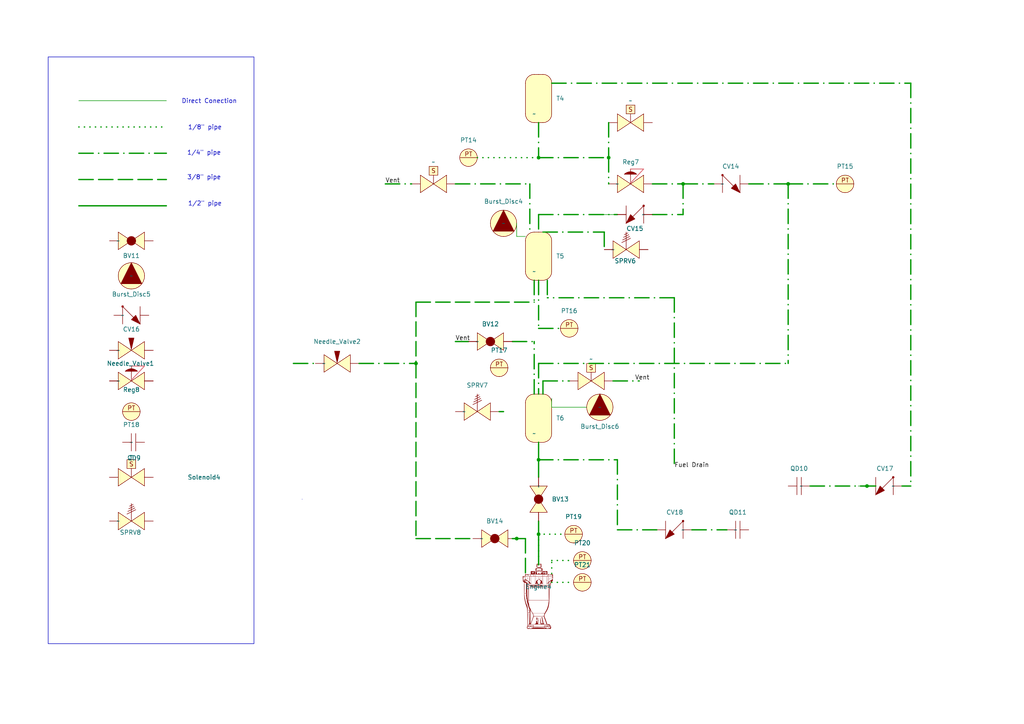
<source format=kicad_sch>
(kicad_sch (version 20250114) (generator "eeschema") (generator_version "9.0")
  (paper "A4")
  (lib_symbols
    (symbol "Ball_Valve_1"
      (property "Reference" "BV" (at 3.81 -4.318 0))
      (symbol "Ball_Valve_1_1_1"
        (pin passive line (at -2.54 0 0) (length 2.54) (name "") (number ""))
        (pin passive line (at 10.16 0 180) (length 2.54) (name "") (number ""))
      )
    )
    (symbol "Ball_Valve_2"
      (property "Reference" "BV" (at 3.81 -4.318 0))
      (symbol "Ball_Valve_2_1_1"
        (pin passive line (at -2.54 0 0) (length 2.54) (name "") (number ""))
        (pin passive line (at 10.16 0 180) (length 2.54) (name "") (number ""))
      )
    )
    (symbol "Ball_Valve_3"
      (property "Reference" "BV" (at 3.81 -4.318 0))
      (symbol "Ball_Valve_3_1_1"
        (pin passive line (at -2.54 0 0) (length 2.54) (name "") (number ""))
        (pin passive line (at 10.16 0 180) (length 2.54) (name "") (number ""))
      )
    )
    (symbol "Burst_Disc_1"
      (property "Reference" "Burst_Disc" (at 0 -5.334 0))
      (symbol "Burst_Disc_1_1_1"
        (pin passive line (at -3.81 0 0) (length 0) (name "") (number ""))
        (pin passive line (at 0 -3.81 90) (length 0) (name "") (number ""))
        (pin passive line (at 3.81 0 180) (length 0) (name "") (number ""))
      )
    )
    (symbol "Burst_Disc_2"
      (property "Reference" "Burst_Disc" (at 0 -5.334 0))
      (symbol "Burst_Disc_2_1_1"
        (pin passive line (at -3.81 0 0) (length 0) (name "") (number ""))
        (pin passive line (at 0 -3.81 90) (length 0) (name "") (number ""))
        (pin passive line (at 3.81 0 180) (length 0) (name "") (number ""))
      )
    )
    (symbol "Check_Valve_1"
      (property "Reference" "CV" (at 2.54 -4.064 0))
      (symbol "Check_Valve_1_1_1"
        (pin bidirectional line (at -2.54 0 0) (length 2.54) (name "") (number ""))
        (pin bidirectional line (at 7.62 0 180) (length 2.54) (name "") (number ""))
      )
    )
    (symbol "Check_Valve_2"
      (property "Reference" "CV" (at 2.54 -4.064 0))
      (symbol "Check_Valve_2_1_1"
        (pin bidirectional line (at -2.54 0 0) (length 2.54) (name "") (number ""))
        (pin bidirectional line (at 7.62 0 180) (length 2.54) (name "") (number ""))
      )
    )
    (symbol "Check_Valve_3"
      (property "Reference" "CV" (at 2.54 -4.064 0))
      (symbol "Check_Valve_3_1_1"
        (pin bidirectional line (at -2.54 0 0) (length 2.54) (name "") (number ""))
        (pin bidirectional line (at 7.62 0 180) (length 2.54) (name "") (number ""))
      )
    )
    (symbol "Check_Valve_4"
      (property "Reference" "CV" (at 2.54 -4.064 0))
      (symbol "Check_Valve_4_1_1"
        (pin bidirectional line (at -2.54 0 0) (length 2.54) (name "") (number ""))
        (pin bidirectional line (at 7.62 0 180) (length 2.54) (name "") (number ""))
      )
    )
    (symbol "Needle_Valve_1"
      (property "Reference" "Needle_Valve" (at 3.556 -3.81 0))
      (symbol "Needle_Valve_1_1_1"
        (pin passive line (at -2.54 0 0) (length 2.54) (name "") (number ""))
        (pin passive line (at 10.16 0 180) (length 2.54) (name "") (number ""))
      )
    )
    (symbol "PID_symbols:Ball_Valve"
      (property "Reference" "BV" (at 3.81 -4.318 0))
      (symbol "Ball_Valve_1_1"
        (pin passive line (at -2.54 0 0) (length 2.54) (name "") (number ""))
        (pin passive line (at 10.16 0 180) (length 2.54) (name "") (number ""))
      )
    )
    (symbol "PID_symbols:Burst_Disc"
      (property "Reference" "Burst_Disc" (at 0 -5.334 0))
      (symbol "Burst_Disc_1_1"
        (pin passive line (at -3.81 0 0) (length 0) (name "") (number ""))
        (pin passive line (at 0 -3.81 90) (length 0) (name "") (number ""))
        (pin passive line (at 3.81 0 180) (length 0) (name "") (number ""))
      )
    )
    (symbol "PID_symbols:Check_Valve"
      (property "Reference" "CV" (at 2.54 -4.064 0))
      (symbol "Check_Valve_1_1"
        (pin bidirectional line (at -2.54 0 0) (length 2.54) (name "") (number ""))
        (pin bidirectional line (at 7.62 0 180) (length 2.54) (name "") (number ""))
      )
    )
    (symbol "PID_symbols:Engine"
      (property "Reference" "Engine" (at 0 0 0))
      (symbol "Engine_1_1"
        (pin input line (at -3.81 3.81 0) (length 0) (name "") (number ""))
        (pin input line (at 0 6.35 0) (length 0) (name "") (number ""))
        (pin input line (at 3.81 3.81 0) (length 0) (name "") (number ""))
      )
    )
    (symbol "PID_symbols:Needle_Valve"
      (property "Reference" "Needle_Valve" (at 3.556 -3.81 0))
      (symbol "Needle_Valve_1_1"
        (pin passive line (at -2.54 0 0) (length 2.54) (name "") (number ""))
        (pin passive line (at 10.16 0 180) (length 2.54) (name "") (number ""))
      )
    )
    (symbol "PID_symbols:Pressure_Regulator"
      (property "Reference" "Reg" (at 3.81 -2.54 0))
      (symbol "Pressure_Regulator_1_1"
        (pin passive line (at -2.54 0 0) (length 2.54) (name "") (number ""))
        (pin passive line (at 10.16 0 180) (length 2.54) (name "") (number ""))
      )
    )
    (symbol "PID_symbols:Pressure_Transducer"
      (property "Reference" "PT" (at 0 -3.81 0))
      (symbol "Pressure_Transducer_1_1"
        (text "PT\n" (at 0 1.016 0) (effects (font (size 1.27 1.27))))
        (pin passive line (at -2.54 0 0) (length 0) (name "") (number ""))
        (pin passive line (at 0 -2.54 90) (length 0) (name "") (number ""))
        (pin passive line (at 2.54 0 180) (length 0) (name "") (number ""))
      )
    )
    (symbol "PID_symbols:Quick_Disconnect"
      (property "Reference" "QD" (at 0.762 -4.572 0))
      (symbol "Quick_Disconnect_1_1"
        (pin passive line (at -2.54 0 0) (length 2.54) (name "") (number ""))
        (pin passive line (at 3.81 0 180) (length 2.54) (name "") (number ""))
      )
    )
    (symbol "PID_symbols:SPRV"
      (property "Reference" "SPRV" (at 3.556 -3.302 0))
      (symbol "SPRV_1_1"
        (pin passive line (at -2.54 0 0) (length 2.54) (name "") (number ""))
        (pin passive line (at 10.16 0 180) (length 2.54) (name "") (number ""))
      )
    )
    (symbol "PID_symbols:Solenoid"
      (property "Reference" "Solenoid" (at 3.81 -3.81 0))
      (symbol "Solenoid_1_1"
        (text "S\n" (at 3.81 3.81 0) (effects (font (size 1.27 1.27))))
        (pin passive line (at -2.54 0 0) (length 2.54) (name "") (number ""))
        (pin passive line (at 10.16 0 180) (length 2.54) (name "") (number ""))
      )
    )
    (symbol "PID_symbols:Tank"
      (property "Reference" "T" (at 6.35 5.08 0))
      (symbol "Tank_1_1"
        (pin passive line (at 1.27 11.43 270) (length 0) (name "") (number ""))
        (pin passive line (at 1.27 -2.54 90) (length 0) (name "") (number ""))
      )
    )
    (symbol "Pressure_Regulator_1"
      (property "Reference" "Reg" (at 3.81 -2.54 0))
      (symbol "Pressure_Regulator_1_1_1"
        (pin passive line (at -2.54 0 0) (length 2.54) (name "") (number ""))
        (pin passive line (at 10.16 0 180) (length 2.54) (name "") (number ""))
      )
    )
    (symbol "Pressure_Transducer_1"
      (property "Reference" "PT" (at 0 -3.81 0))
      (symbol "Pressure_Transducer_1_1_1"
        (text "PT\n" (at 0 1.016 0) (effects (font (size 1.27 1.27))))
        (pin passive line (at -2.54 0 0) (length 0) (name "") (number ""))
        (pin passive line (at 0 -2.54 90) (length 0) (name "") (number ""))
        (pin passive line (at 2.54 0 180) (length 0) (name "") (number ""))
      )
    )
    (symbol "Pressure_Transducer_2"
      (property "Reference" "PT" (at 0 -3.81 0))
      (symbol "Pressure_Transducer_2_1_1"
        (text "PT\n" (at 0 1.016 0) (effects (font (size 1.27 1.27))))
        (pin passive line (at -2.54 0 0) (length 0) (name "") (number ""))
        (pin passive line (at 0 -2.54 90) (length 0) (name "") (number ""))
        (pin passive line (at 2.54 0 180) (length 0) (name "") (number ""))
      )
    )
    (symbol "Pressure_Transducer_3"
      (property "Reference" "PT" (at 0 -3.81 0))
      (symbol "Pressure_Transducer_3_1_1"
        (text "PT\n" (at 0 1.016 0) (effects (font (size 1.27 1.27))))
        (pin passive line (at -2.54 0 0) (length 0) (name "") (number ""))
        (pin passive line (at 0 -2.54 90) (length 0) (name "") (number ""))
        (pin passive line (at 2.54 0 180) (length 0) (name "") (number ""))
      )
    )
    (symbol "Pressure_Transducer_4"
      (property "Reference" "PT" (at 0 -3.81 0))
      (symbol "Pressure_Transducer_4_1_1"
        (text "PT\n" (at 0 1.016 0) (effects (font (size 1.27 1.27))))
        (pin passive line (at -2.54 0 0) (length 0) (name "") (number ""))
        (pin passive line (at 0 -2.54 90) (length 0) (name "") (number ""))
        (pin passive line (at 2.54 0 180) (length 0) (name "") (number ""))
      )
    )
    (symbol "Pressure_Transducer_5"
      (property "Reference" "PT" (at 0 -3.81 0))
      (symbol "Pressure_Transducer_5_1_1"
        (text "PT\n" (at 0 1.016 0) (effects (font (size 1.27 1.27))))
        (pin passive line (at -2.54 0 0) (length 0) (name "") (number ""))
        (pin passive line (at 0 -2.54 90) (length 0) (name "") (number ""))
        (pin passive line (at 2.54 0 180) (length 0) (name "") (number ""))
      )
    )
    (symbol "Pressure_Transducer_6"
      (property "Reference" "PT" (at 0 -3.81 0))
      (symbol "Pressure_Transducer_6_1_1"
        (text "PT\n" (at 0 1.016 0) (effects (font (size 1.27 1.27))))
        (pin passive line (at -2.54 0 0) (length 0) (name "") (number ""))
        (pin passive line (at 0 -2.54 90) (length 0) (name "") (number ""))
        (pin passive line (at 2.54 0 180) (length 0) (name "") (number ""))
      )
    )
    (symbol "Pressure_Transducer_7"
      (property "Reference" "PT" (at 0 -3.81 0))
      (symbol "Pressure_Transducer_7_1_1"
        (text "PT\n" (at 0 1.016 0) (effects (font (size 1.27 1.27))))
        (pin passive line (at -2.54 0 0) (length 0) (name "") (number ""))
        (pin passive line (at 0 -2.54 90) (length 0) (name "") (number ""))
        (pin passive line (at 2.54 0 180) (length 0) (name "") (number ""))
      )
    )
    (symbol "Quick_Disconnect_1"
      (property "Reference" "QD" (at 0.762 -4.572 0))
      (symbol "Quick_Disconnect_1_1_1"
        (pin passive line (at -2.54 0 0) (length 2.54) (name "") (number ""))
        (pin passive line (at 3.81 0 180) (length 2.54) (name "") (number ""))
      )
    )
    (symbol "Quick_Disconnect_2"
      (property "Reference" "QD" (at 0.762 -4.572 0))
      (symbol "Quick_Disconnect_2_1_1"
        (pin passive line (at -2.54 0 0) (length 2.54) (name "") (number ""))
        (pin passive line (at 3.81 0 180) (length 2.54) (name "") (number ""))
      )
    )
    (symbol "SPRV_1"
      (property "Reference" "SPRV" (at 3.556 -3.302 0))
      (symbol "SPRV_1_1_1"
        (pin passive line (at -2.54 0 0) (length 2.54) (name "") (number ""))
        (pin passive line (at 10.16 0 180) (length 2.54) (name "") (number ""))
      )
    )
    (symbol "SPRV_2"
      (property "Reference" "SPRV" (at 3.556 -3.302 0))
      (symbol "SPRV_2_1_1"
        (pin passive line (at -2.54 0 0) (length 2.54) (name "") (number ""))
        (pin passive line (at 10.16 0 180) (length 2.54) (name "") (number ""))
      )
    )
    (symbol "Tank_1"
      (property "Reference" "T" (at 6.35 5.08 0))
      (symbol "Tank_1_1_1"
        (pin passive line (at 1.27 11.43 270) (length 0) (name "") (number ""))
        (pin passive line (at 1.27 -2.54 90) (length 0) (name "") (number ""))
      )
    )
    (symbol "Tank_2"
      (property "Reference" "T" (at 6.35 5.08 0))
      (symbol "Tank_2_1_1"
        (pin passive line (at 1.27 11.43 270) (length 0) (name "") (number ""))
        (pin passive line (at 1.27 -2.54 90) (length 0) (name "") (number ""))
      )
    )
  )
  (rectangle (start 87.63 144.78) (end 87.63 144.78))
  (rectangle (start 13.97 16.51) (end 73.66 186.69))
  (text "1/2\" pipe" (at 59.436 59.182 0) (effects (font (size 1.27 1.27))))
  (text "Direct Conection" (at 60.706 29.464 0) (effects (font (size 1.27 1.27))))
  (text "1/4\" pipe" (at 59.182 44.45 0) (effects (font (size 1.27 1.27))))
  (text "3/8\" pipe" (at 59.182 51.562 0) (effects (font (size 1.27 1.27))))
  (text "1/8\" pipe" (at 59.436 37.084 0) (effects (font (size 1.27 1.27))))
  (junction (at 156.21 133.35))
  (junction (at 228.6 53.34))
  (junction (at 149.86 156.21))
  (junction (at 251.46 140.97))
  (junction (at 156.21 154.94))
  (junction (at 156.21 45.72))
  (junction (at 120.65 105.41))
  (junction (at 198.12 53.34))
  (junction (at 176.53 45.72))
  (wire (pts (xy 156.21 105.41) (xy 156.21 114.3)) (stroke (width 0.381) (type dash_dot)))
  (wire (pts (xy 160.02 162.56) (xy 166.37 162.56)) (stroke (width 0.381) (type dot)))
  (wire (pts (xy 175.26 67.31) (xy 175.26 72.39)) (stroke (width 0.381) (type dash_dot)))
  (wire (pts (xy 228.6 53.34) (xy 228.6 105.41)) (stroke (width 0.381) (type dash_dot)))
  (wire (pts (xy 195.58 86.36) (xy 158.75 86.36)) (stroke (width 0.381) (type dash_dot)))
  (wire (pts (xy 157.48 114.3) (xy 157.48 110.49)) (stroke (width 0.381) (type dash_dot)))
  (wire (pts (xy 120.65 156.21) (xy 137.16 156.21)) (stroke (width 0.381) (type dash)))
  (wire (pts (xy 22.86 59.69) (xy 48.26 59.69)) (stroke (width 0.381)))
  (wire (pts (xy 149.86 68.58) (xy 152.4 68.58)))
  (wire (pts (xy 176.53 35.56) (xy 176.53 45.72)) (stroke (width 0.381) (type dash_dot)))
  (wire (pts (xy 120.65 87.63) (xy 154.94 87.63)) (stroke (width 0.381) (type dash)))
  (wire (pts (xy 200.66 153.67) (xy 210.82 153.67)) (stroke (width 0.381) (type dash_dot)))
  (wire (pts (xy 156.21 154.94) (xy 156.21 163.83)) (stroke (width 0.381)))
  (wire (pts (xy 195.58 86.36) (xy 195.58 135.89)) (stroke (width 0.381) (type dash_dot)))
  (wire (pts (xy 189.23 53.34) (xy 198.12 53.34)) (stroke (width 0.381) (type dash_dot)))
  (wire (pts (xy 156.21 154.94) (xy 163.83 154.94)) (stroke (width 0.381) (type dot)))
  (wire (pts (xy 111.76 53.34) (xy 119.38 53.34)) (stroke (width 0.381) (type dash_dot)))
  (wire (pts (xy 156.21 154.94) (xy 156.21 162.56)) (stroke (width 0.381) (type dot)))
  (wire (pts (xy 198.12 53.34) (xy 207.01 53.34)) (stroke (width 0.381) (type dash_dot)))
  (wire (pts (xy 156.21 45.72) (xy 176.53 45.72)) (stroke (width 0.381) (type dash_dot)))
  (wire (pts (xy 149.86 64.77) (xy 149.86 68.58)))
  (wire (pts (xy 22.86 36.83) (xy 48.26 36.83)) (stroke (width 0.381) (type dot)))
  (wire (pts (xy 156.21 62.23) (xy 179.07 62.23)) (stroke (width 0.381) (type dash_dot)))
  (wire (pts (xy 179.07 153.67) (xy 190.5 153.67)) (stroke (width 0.381) (type dash_dot)))
  (wire (pts (xy 22.86 29.21) (xy 48.26 29.21)))
  (wire (pts (xy 120.65 105.41) (xy 120.65 156.21)) (stroke (width 0.381) (type dash)))
  (wire (pts (xy 254 140.97) (xy 251.46 140.97)) (stroke (width 0.381) (type dash_dot)))
  (wire (pts (xy 156.21 151.13) (xy 156.21 154.94)) (stroke (width 0.381)))
  (wire (pts (xy 138.43 45.72) (xy 156.21 45.72)) (stroke (width 0.381) (type dot)))
  (wire (pts (xy 251.46 140.97) (xy 248.92 140.97)))
  (wire (pts (xy 104.14 105.41) (xy 120.65 105.41)) (stroke (width 0.381) (type dash_dot)))
  (wire (pts (xy 132.08 99.06) (xy 135.89 99.06)) (stroke (width 0.381) (type dash_dot)))
  (wire (pts (xy 158.75 81.28) (xy 158.75 86.36)) (stroke (width 0.381) (type dash_dot)))
  (wire (pts (xy 160.02 166.37) (xy 160.02 162.56)) (stroke (width 0.381) (type dot)))
  (wire (pts (xy 156.21 35.56) (xy 156.21 45.72)) (stroke (width 0.381) (type dash_dot)))
  (wire (pts (xy 154.94 114.3) (xy 154.94 99.06)) (stroke (width 0.381) (type dash_dot)))
  (wire (pts (xy 156.21 95.25) (xy 162.56 95.25)) (stroke (width 0.381) (type dash_dot)))
  (wire (pts (xy 152.4 156.21) (xy 152.4 166.37)) (stroke (width 0.381) (type dash)))
  (wire (pts (xy 177.8 110.49) (xy 185.42 110.49)) (stroke (width 0.381) (type dash_dot)))
  (wire (pts (xy 156.21 105.41) (xy 228.6 105.41)) (stroke (width 0.381) (type dash_dot)))
  (wire (pts (xy 154.94 81.28) (xy 154.94 87.63)) (stroke (width 0.381) (type dash_dot)))
  (wire (pts (xy 179.07 62.23) (xy 173.99 62.23)))
  (wire (pts (xy 217.17 53.34) (xy 228.6 53.34)) (stroke (width 0.381) (type dash_dot)))
  (wire (pts (xy 22.86 52.07) (xy 48.26 52.07)) (stroke (width 0.381) (type dash)))
  (wire (pts (xy 228.6 53.34) (xy 242.57 53.34)) (stroke (width 0.381) (type dash_dot)))
  (wire (pts (xy 153.67 53.34) (xy 153.67 67.31)) (stroke (width 0.381) (type dash_dot)))
  (wire (pts (xy 264.16 140.97) (xy 261.62 140.97)) (stroke (width 0.381) (type dash_dot)))
  (wire (pts (xy 160.02 118.11) (xy 160.02 115.57)))
  (wire (pts (xy 156.21 133.35) (xy 179.07 133.35)) (stroke (width 0.381) (type dash_dot)))
  (wire (pts (xy 148.59 156.21) (xy 149.86 156.21)) (stroke (width 0.381) (type dash)))
  (wire (pts (xy 170.18 118.11) (xy 160.02 118.11)))
  (wire (pts (xy 189.23 62.23) (xy 198.12 62.23)) (stroke (width 0.381) (type dash_dot)))
  (wire (pts (xy 132.08 53.34) (xy 153.67 53.34)) (stroke (width 0.381) (type dash_dot)))
  (wire (pts (xy 179.07 133.35) (xy 179.07 153.67)) (stroke (width 0.381) (type dash_dot)))
  (wire (pts (xy 144.78 119.38) (xy 146.05 119.38)) (stroke (width 0.381) (type dash_dot)))
  (wire (pts (xy 264.16 24.13) (xy 264.16 140.97)) (stroke (width 0.381) (type dash_dot)))
  (wire (pts (xy 156.21 128.27) (xy 156.21 133.35)) (stroke (width 0.381)))
  (wire (pts (xy 176.53 45.72) (xy 176.53 53.34)) (stroke (width 0.381) (type dash_dot)))
  (wire (pts (xy 234.95 140.97) (xy 251.46 140.97)) (stroke (width 0.381) (type dash_dot)))
  (wire (pts (xy 157.48 67.31) (xy 175.26 67.31)) (stroke (width 0.381) (type dash_dot)))
  (wire (pts (xy 198.12 53.34) (xy 198.12 62.23)) (stroke (width 0.381) (type dash_dot)))
  (wire (pts (xy 157.48 110.49) (xy 165.1 110.49)) (stroke (width 0.381) (type dash_dot)))
  (wire (pts (xy 120.65 87.63) (xy 120.65 105.41)) (stroke (width 0.381) (type dash)))
  (wire (pts (xy 85.09 105.41) (xy 91.44 105.41)) (stroke (width 0.381) (type dash_dot)))
  (wire (pts (xy 160.02 24.13) (xy 264.16 24.13)) (stroke (width 0.381) (type dash_dot)))
  (wire (pts (xy 160.02 168.91) (xy 166.37 168.91)) (stroke (width 0.381) (type dot)))
  (wire (pts (xy 22.86 44.45) (xy 48.26 44.45)) (stroke (width 0.381) (type dash_dot)))
  (wire (pts (xy 149.86 156.21) (xy 152.4 156.21)) (stroke (width 0.381) (type dash)))
  (wire (pts (xy 156.21 133.35) (xy 156.21 138.43)) (stroke (width 0.381)))
  (wire (pts (xy 148.59 99.06) (xy 154.94 99.06)) (stroke (width 0.381) (type dash_dot)))
  (wire (pts (xy 156.21 81.28) (xy 156.21 95.25)) (stroke (width 0.381) (type dash_dot)))
  (wire (pts (xy 156.21 62.23) (xy 156.21 67.31)) (stroke (width 0.381) (type dash_dot)))
  (label "Vent" (at 132.08 99.06 0))
  (label "Fuel Drain" (at 195.58 135.89 0))
  (label "Vent" (at 111.76 53.34 0))
  (label "Vent" (at 184.15 110.49 0))
  (symbol (lib_name "Quick_Disconnect_2") (lib_id "PID_symbols:Quick_Disconnect") (at 213.36 153.67 0) (unit 1)
    (property "Reference" "QD11" (at 213.995 148.59 0))
    (property "Value" "~" (at 213.36 153.67 0))
    (instances (project "" (path "" (reference "QD11") (unit 1))) (project "" (path "" (reference "QD3") (unit 1)) (path "" (reference "QD4") (unit 1))))
  )
  (symbol (lib_name "Pressure_Transducer_3") (lib_id "PID_symbols:Pressure_Transducer") (at 245.11 53.34 0) (unit 1)
    (property "Reference" "PT15" (at 245.11 48.26 0))
    (instances (project "" (path "" (reference "PT15") (unit 1))) (project "" (path "" (reference "PT3") (unit 1)) (path "" (reference "PT4") (unit 1))))
  )
  (symbol (lib_name "Pressure_Transducer_4") (lib_id "PID_symbols:Pressure_Transducer") (at 38.1 119.38 0) (unit 1)
    (property "Reference" "PT18" (at 38.1 123.19 0))
    (instances (project "" (path "" (reference "PT18") (unit 1))) (project "" (path "" (reference "PT15") (unit 1)) (path "" (reference "Pressure_Transducer") (unit 1))))
  )
  (symbol (lib_id "PID_symbols:Check_Valve") (at 186.69 62.23 0) (mirror y) (unit 1)
    (property "Reference" "CV15" (at 184.15 66.294 0))
    (property "Value" "~" (at 186.69 62.23 0))
    (instances (project "" (path "" (reference "CV15") (unit 1))) (project "" (path "" (reference "Check_Valve1") (unit 1)) (path "" (reference "Check_Valve2") (unit 1))))
  )
  (symbol (lib_name "Check_Valve_1") (lib_id "PID_symbols:Check_Valve") (at 259.08 140.97 0) (mirror y) (unit 1)
    (property "Reference" "CV17" (at 256.667 135.89 0))
    (property "Value" "~" (at 259.08 140.97 0))
    (instances (project "" (path "" (reference "CV17") (unit 1))) (project "" (path "" (reference "Check_Valve7") (unit 1)) (path "" (reference "Check_Valve8") (unit 1))))
  )
  (symbol (lib_name "Check_Valve_2") (lib_id "PID_symbols:Check_Valve") (at 198.12 153.67 0) (mirror y) (unit 1)
    (property "Reference" "CV18" (at 195.707 148.59 0))
    (property "Value" "~" (at 198.12 153.67 0))
    (instances (project "" (path "" (reference "CV18") (unit 1))) (project "" (path "" (reference "Check_Valve5") (unit 1)) (path "" (reference "Check_Valve6") (unit 1))))
  )
  (symbol (lib_name "Ball_Valve_1") (lib_id "PID_symbols:Ball_Valve") (at 138.43 99.06 0) (unit 1)
    (property "Reference" "BV12" (at 142.24 93.98 0))
    (property "Value" "~" (at 138.43 99.06 0))
    (instances (project "" (path "" (reference "BV12") (unit 1))) (project "" (path "" (reference "Ball_Valve1") (unit 1)) (path "" (reference "Ball_Valve2") (unit 1))))
  )
  (symbol (lib_name "Pressure_Regulator_1") (lib_id "PID_symbols:Pressure_Regulator") (at 179.07 53.34 0) (unit 1)
    (property "Reference" "Reg7" (at 182.9425 46.99 0))
    (property "Value" "~" (at 179.07 53.34 0))
    (property "Description" "Pressure Regulator" (effects (hide yes)))
    (instances (project "" (path "" (reference "Reg7") (unit 1))) (project "" (path "" (reference "Pressure_Regulator1") (unit 1)) (path "" (reference "Pressure_Regulator2") (unit 1))))
  )
  (symbol (lib_id "PID_symbols:Engine") (at 156.21 170.18 0) (mirror y) (unit 1)
    (property "Reference" "Engine4" (at 156.21 170.18 0))
    (property "Value" "~" (at 156.21 170.18 0))
    (instances (project "" (path "" (reference "Engine4") (unit 1))) (project "" (path "" (reference "Engine1") (unit 1)) (path "" (reference "Engine2") (unit 1))))
  )
  (symbol (lib_name "Tank_1") (lib_id "PID_symbols:Tank") (at 154.94 33.02 0) (unit 1)
    (property "Reference" "T4" (at 161.29 28.5749 0) (effects (justify left)))
    (property "Value" "~" (at 154.94 33.02 0))
    (instances (project "" (path "" (reference "T4") (unit 1))) (project "" (path "" (reference "T1") (unit 1)) (path "" (reference "N2") (unit 1))))
  )
  (symbol (lib_name "Check_Valve_3") (lib_id "PID_symbols:Check_Valve") (at 209.55 53.34 0) (unit 1)
    (property "Reference" "CV14" (at 211.963 48.26 0))
    (property "Value" "~" (at 209.55 53.34 0))
    (instances (project "" (path "" (reference "CV14") (unit 1))) (project "" (path "" (reference "Check_Valve3") (unit 1)) (path "" (reference "Check_Valve4") (unit 1))))
  )
  (symbol (lib_name "Needle_Valve_1") (lib_id "PID_symbols:Needle_Valve") (at 93.98 105.41 0) (unit 1)
    (property "Reference" "Needle_Valve2" (at 97.79 99.06 0))
    (property "Value" "~" (at 93.98 105.41 0))
    (instances (project "" (path "" (reference "Needle_Valve2") (unit 1))) (project "" (path "" (reference "Needle_Valve1") (unit 1)) (path "" (reference "Needle_Valve2") (unit 1))))
  )
  (symbol (lib_name "Pressure_Transducer_5") (lib_id "PID_symbols:Pressure_Transducer") (at 144.78 106.68 0) (unit 1)
    (property "Reference" "PT17" (at 144.78 101.6 0))
    (instances (project "" (path "" (reference "PT17") (unit 1))) (project "" (path "" (reference "PT7") (unit 1)) (path "" (reference "PT8") (unit 1))))
  )
  (symbol (lib_name "Pressure_Transducer_6") (lib_id "PID_symbols:Pressure_Transducer") (at 168.91 168.91 0) (unit 1)
    (property "Reference" "PT21" (at 168.91 163.83 0))
    (instances (project "" (path "" (reference "PT21") (unit 1))) (project "" (path "" (reference "PT13") (unit 1)) (path "" (reference "PT14") (unit 1))))
  )
  (symbol (lib_name "SPRV_1") (lib_id "PID_symbols:SPRV") (at 134.62 119.38 0) (unit 1)
    (property "Reference" "SPRV7" (at 138.43 111.76 0))
    (property "Value" "~" (at 134.62 119.38 0))
    (instances (project "" (path "" (reference "SPRV7") (unit 1))) (project "" (path "" (reference "SPRV3") (unit 1)) (path "" (reference "SPRV4") (unit 1))))
  )
  (symbol (lib_name "Ball_Valve_2") (lib_id "PID_symbols:Ball_Valve") (at 34.29 69.85 0) (unit 1)
    (property "Reference" "BV11" (at 38.1 74.168 0))
    (property "Value" "~" (at 34.29 69.85 0))
    (instances (project "" (path "" (reference "BV11") (unit 1))) (project "" (path "" (reference "Ball_Valve7") (unit 1)) (path "" (reference "Ball_Valve") (unit 1))))
  )
  (symbol (lib_name "Check_Valve_4") (lib_id "PID_symbols:Check_Valve") (at 35.56 91.44 0) (unit 1)
    (property "Reference" "CV16" (at 38.1 95.504 0))
    (property "Value" "~" (at 35.56 91.44 0))
    (instances (project "" (path "" (reference "CV16") (unit 1))) (project "" (path "" (reference "Check_Valve9") (unit 1)) (path "" (reference "Check_Valve") (unit 1))))
  )
  (symbol (lib_name "Burst_Disc_2") (lib_id "PID_symbols:Burst_Disc") (at 146.05 64.77 0) (unit 1)
    (property "Reference" "Burst_Disc4" (at 146.05 58.42 0))
    (property "Value" "~" (at 146.05 64.77 0))
    (instances (project "" (path "" (reference "Burst_Disc4") (unit 1))) (project "" (path "" (reference "Burst_Disc1") (unit 1)) (path "" (reference "Burst_Disc2") (unit 1))))
  )
  (symbol (lib_name "Ball_Valve_3") (lib_id "PID_symbols:Ball_Valve") (at 139.7 156.21 0) (unit 1)
    (property "Reference" "BV14" (at 143.51 151.13 0))
    (property "Value" "~" (at 139.7 156.21 0))
    (instances (project "" (path "" (reference "BV14") (unit 1))) (project "" (path "" (reference "Ball_Valve3") (unit 1)) (path "" (reference "Ball_Valve4") (unit 1))))
  )
  (symbol (lib_id "PID_symbols:Solenoid") (at 34.29 138.43 0) (unit 1)
    (property "Reference" "Solenoid4" (at 59.182 138.43 0))
    (property "Value" "~" (at 38.1 132.08 0))
    (instances (project "" (path "" (reference "Solenoid4") (unit 1))) (project "" (path "" (reference "Solenoid7") (unit 1)) (path "" (reference "Solenoid") (unit 1))))
  )
  (symbol (lib_name "Pressure_Transducer_7") (lib_id "PID_symbols:Pressure_Transducer") (at 135.89 45.72 0) (unit 1)
    (property "Reference" "PT14" (at 135.89 40.64 0))
    (instances (project "" (path "" (reference "PT14") (unit 1))) (project "" (path "" (reference "PT1") (unit 1)) (path "" (reference "PT2") (unit 1))))
  )
  (symbol (lib_name "SPRV_2") (lib_id "PID_symbols:SPRV") (at 177.8 72.39 0) (unit 1)
    (property "Reference" "SPRV6" (at 181.356 75.692 0))
    (property "Value" "~" (at 177.8 72.39 0))
    (instances (project "" (path "" (reference "SPRV6") (unit 1))) (project "" (path "" (reference "SPRV1") (unit 1)) (path "" (reference "SPRV2") (unit 1))))
  )
  (symbol (lib_name "Tank_2") (lib_id "PID_symbols:Tank") (at 154.94 125.73 0) (unit 1)
    (property "Reference" "T6" (at 161.29 121.2849 0) (effects (justify left)))
    (property "Value" "~" (at 154.94 125.73 0))
  )
  (symbol (lib_id "PID_symbols:Tank") (at 154.94 78.74 0) (unit 1)
    (property "Reference" "T5" (at 161.29 74.2949 0) (effects (justify left)))
    (property "Value" "~" (at 154.94 78.74 0))
  )
  (symbol (lib_id "PID_symbols:Pressure_Transducer") (at 165.1 95.25 0) (unit 1)
    (property "Reference" "PT16" (at 165.1 90.17 0))
    (instances (project "" (path "" (reference "PT16") (unit 1))) (project "" (path "" (reference "PT5") (unit 1)) (path "" (reference "PT6") (unit 1))))
  )
  (symbol (lib_id "PID_symbols:Quick_Disconnect") (at 232.41 140.97 180) (unit 1)
    (property "Reference" "QD10" (at 231.775 135.89 0))
    (property "Value" "~" (at 232.41 140.97 0))
    (instances (project "" (path "" (reference "QD10") (unit 1))) (project "" (path "" (reference "QD1") (unit 1)) (path "" (reference "QD2") (unit 1))))
  )
  (symbol (lib_id "PID_symbols:Needle_Valve") (at 34.29 101.6 0) (unit 1)
    (property "Reference" "Needle_Valve1" (at 37.846 105.41 0))
    (property "Value" "~" (at 34.29 101.6 0))
    (instances (project "" (path "" (reference "Needle_Valve1") (unit 1))) (project "" (path "" (reference "Needle_Valve3") (unit 1)) (path "" (reference "Needle_Valve") (unit 1))))
  )
  (symbol (lib_name "Pressure_Transducer_1") (lib_id "PID_symbols:Pressure_Transducer") (at 168.91 162.56 0) (unit 1)
    (property "Reference" "PT20" (at 168.91 157.48 0))
    (instances (project "" (path "" (reference "PT20") (unit 1))) (project "" (path "" (reference "PT11") (unit 1)) (path "" (reference "PT12") (unit 1))))
  )
  (symbol (lib_id "PID_symbols:Solenoid") (at 167.64 110.49 0) (unit 1)
    (property "Reference" "Solenoid3" (effects (hide yes)))
    (property "Value" "~" (at 171.45 104.14 0))
    (instances (project "" (path "" (reference "Solenoid3") (unit 1))) (project "" (path "" (reference "Solenoid5") (unit 1)) (path "" (reference "Solenoid6") (unit 1))))
  )
  (symbol (lib_name "Quick_Disconnect_1") (lib_id "PID_symbols:Quick_Disconnect") (at 38.1 128.27 0) (unit 1)
    (property "Reference" "QD9" (at 38.862 132.842 0))
    (property "Value" "~" (at 38.1 128.27 0))
    (instances (project "" (path "" (reference "QD9") (unit 1))) (project "" (path "" (reference "QD5") (unit 1)) (path "" (reference "Quick_DIsconnect") (unit 1))))
  )
  (symbol (lib_id "PID_symbols:Burst_Disc") (at 38.1 80.01 0) (unit 1)
    (property "Reference" "Burst_Disc5" (at 38.1 85.344 0))
    (property "Value" "~" (at 38.1 80.01 0))
    (instances (project "" (path "" (reference "Burst_Disc5") (unit 1))) (project "" (path "" (reference "Burst_Disc5") (unit 1)) (path "" (reference "Burst_Disc") (unit 1))))
  )
  (symbol (lib_id "PID_symbols:SPRV") (at 34.29 151.13 0) (unit 1)
    (property "Reference" "SPRV8" (at 37.846 154.432 0))
    (property "Value" "~" (at 34.29 151.13 0))
    (instances (project "" (path "" (reference "SPRV8") (unit 1))) (project "" (path "" (reference "SPRV5") (unit 1)) (path "" (reference "SPRV") (unit 1))))
  )
  (symbol (lib_id "PID_symbols:Ball_Valve") (at 156.21 140.97 270) (unit 1)
    (property "Reference" "BV13" (at 160.02 144.7799 90) (effects (justify left)))
    (property "Value" "~" (at 156.21 140.97 0))
    (instances (project "" (path "" (reference "BV13") (unit 1))) (project "" (path "" (reference "Ball_Valve5") (unit 1)) (path "" (reference "Ball_Valve6") (unit 1))))
  )
  (symbol (lib_id "PID_symbols:Solenoid") (at 179.07 35.56 0) (unit 1)
    (property "Reference" "Solenoid1" (effects (hide yes)))
    (property "Value" "~" (at 182.88 29.21 0))
    (instances (project "" (path "" (reference "Solenoid1") (unit 1))) (project "" (path "" (reference "Solenoid1") (unit 1)) (path "" (reference "Solenoid2") (unit 1))))
  )
  (symbol (lib_name "Pressure_Transducer_2") (lib_id "PID_symbols:Pressure_Transducer") (at 166.37 154.94 0) (unit 1)
    (property "Reference" "PT19" (at 166.37 149.86 0))
    (instances (project "" (path "" (reference "PT19") (unit 1))) (project "" (path "" (reference "PT9") (unit 1)) (path "" (reference "PT10") (unit 1))))
  )
  (symbol (lib_id "PID_symbols:Solenoid") (at 121.92 53.34 0) (unit 1)
    (property "Reference" "Solenoid2" (effects (hide yes)))
    (property "Value" "~" (at 125.73 46.99 0))
    (instances (project "" (path "" (reference "Solenoid2") (unit 1))) (project "" (path "" (reference "Solenoid3") (unit 1)) (path "" (reference "Solenoid4") (unit 1))))
  )
  (symbol (lib_id "PID_symbols:Pressure_Regulator") (at 34.29 110.49 0) (unit 1)
    (property "Reference" "Reg8" (at 38.1 113.03 0))
    (property "Value" "~" (at 34.29 110.49 0))
    (property "Description" "Pressure Regulator" (effects (hide yes)))
    (instances (project "" (path "" (reference "Reg8") (unit 1))) (project "" (path "" (reference "Pressure_Regulator3") (unit 1)) (path "" (reference "Pressure_Regulator") (unit 1))))
  )
  (symbol (lib_name "Burst_Disc_1") (lib_id "PID_symbols:Burst_Disc") (at 173.99 118.11 0) (unit 1)
    (property "Reference" "Burst_Disc6" (at 173.99 123.698 0))
    (property "Value" "~" (at 173.99 118.11 0))
    (instances (project "" (path "" (reference "Burst_Disc6") (unit 1))) (project "" (path "" (reference "Burst_Disc3") (unit 1)) (path "" (reference "Burst_Disc4") (unit 1))))
  )
)
</source>
